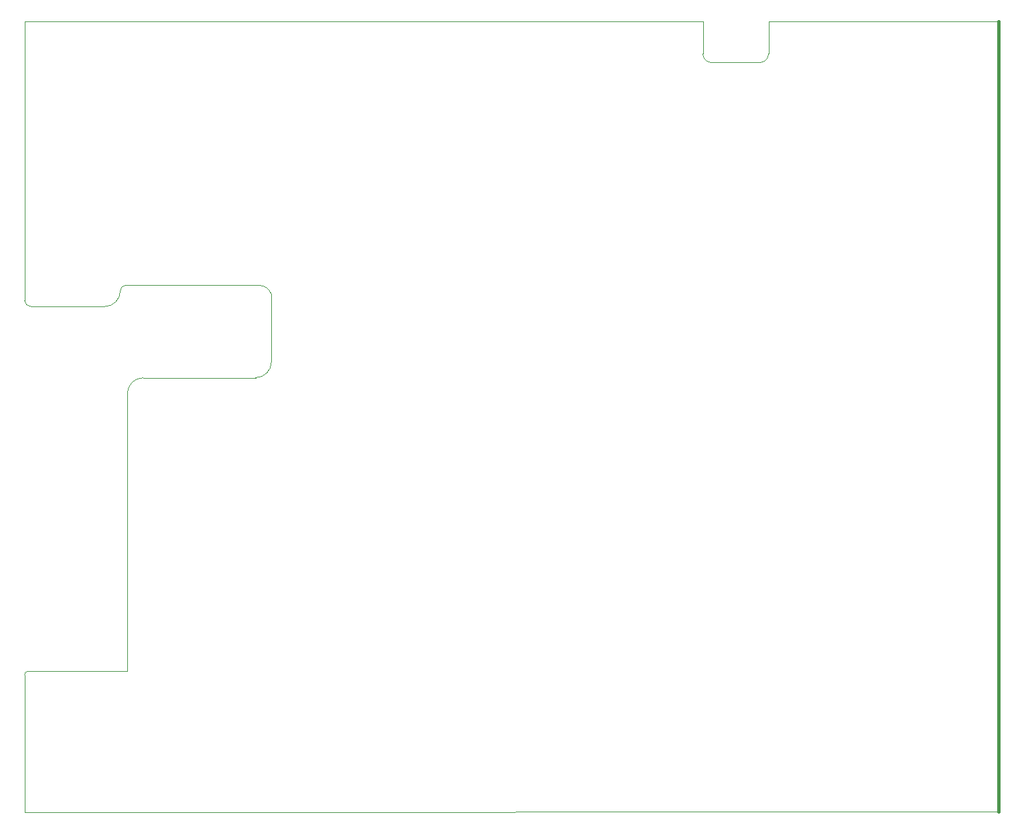
<source format=gbr>
%TF.GenerationSoftware,KiCad,Pcbnew,(5.1.6)-1*%
%TF.CreationDate,2021-03-29T16:14:19-07:00*%
%TF.ProjectId,expansion,65787061-6e73-4696-9f6e-2e6b69636164,1.03*%
%TF.SameCoordinates,Original*%
%TF.FileFunction,Profile,NP*%
%FSLAX46Y46*%
G04 Gerber Fmt 4.6, Leading zero omitted, Abs format (unit mm)*
G04 Created by KiCad (PCBNEW (5.1.6)-1) date 2021-03-29 16:14:19*
%MOMM*%
%LPD*%
G01*
G04 APERTURE LIST*
%TA.AperFunction,Profile*%
%ADD10C,0.050000*%
%TD*%
%TA.AperFunction,Profile*%
%ADD11C,0.381000*%
%TD*%
G04 APERTURE END LIST*
D10*
X41700000Y-109900000D02*
X41300000Y-109900000D01*
X41748480Y-108985000D02*
X41700000Y-109900000D01*
X59940240Y-62188090D02*
G75*
G03*
X58348480Y-61085000I-1591760J-596910D01*
G01*
X41948480Y-61085000D02*
X41548480Y-61085000D01*
X114500000Y-27700000D02*
X114500000Y-31800000D01*
X122800000Y-31800000D02*
X122800000Y-27700000D01*
X121700000Y-32900000D02*
X115600000Y-32900000D01*
X122800000Y-31800000D02*
G75*
G02*
X121700000Y-32900000I-1100000J0D01*
G01*
X115600000Y-32900000D02*
G75*
G02*
X114500000Y-31800000I0J1100000D01*
G01*
X122800000Y-27700000D02*
X151852520Y-27695660D01*
X28748480Y-27685000D02*
X114500000Y-27700000D01*
X29200000Y-109900000D02*
X41300000Y-109900000D01*
X28748480Y-110485000D02*
X28752752Y-110399694D01*
X28752752Y-110399694D02*
G75*
G02*
X29200000Y-109900000I447248J49694D01*
G01*
X151852520Y-127695460D02*
X28748480Y-127785000D01*
X41748480Y-108985000D02*
X41748480Y-74785000D01*
X28748480Y-127785000D02*
X28748480Y-110485000D01*
X58348480Y-61085000D02*
X41948480Y-61085000D01*
X59940240Y-62188090D02*
X59948480Y-70785000D01*
X43748480Y-72785000D02*
X57948480Y-72785000D01*
X43748480Y-72785000D02*
G75*
G03*
X41748480Y-74785000I0J-2000000D01*
G01*
X57948480Y-72785000D02*
G75*
G03*
X59948480Y-70785000I0J2000000D01*
G01*
X28748480Y-62985000D02*
X28748480Y-27685000D01*
X41548480Y-61085000D02*
G75*
G03*
X40848480Y-61785000I0J-700000D01*
G01*
X29548480Y-63785000D02*
X38848480Y-63785000D01*
X38848480Y-63785000D02*
G75*
G03*
X40848480Y-61785000I0J2000000D01*
G01*
X28748480Y-62985000D02*
G75*
G03*
X29548480Y-63785000I800000J0D01*
G01*
D11*
X151852520Y-127695460D02*
X151852520Y-27695660D01*
M02*

</source>
